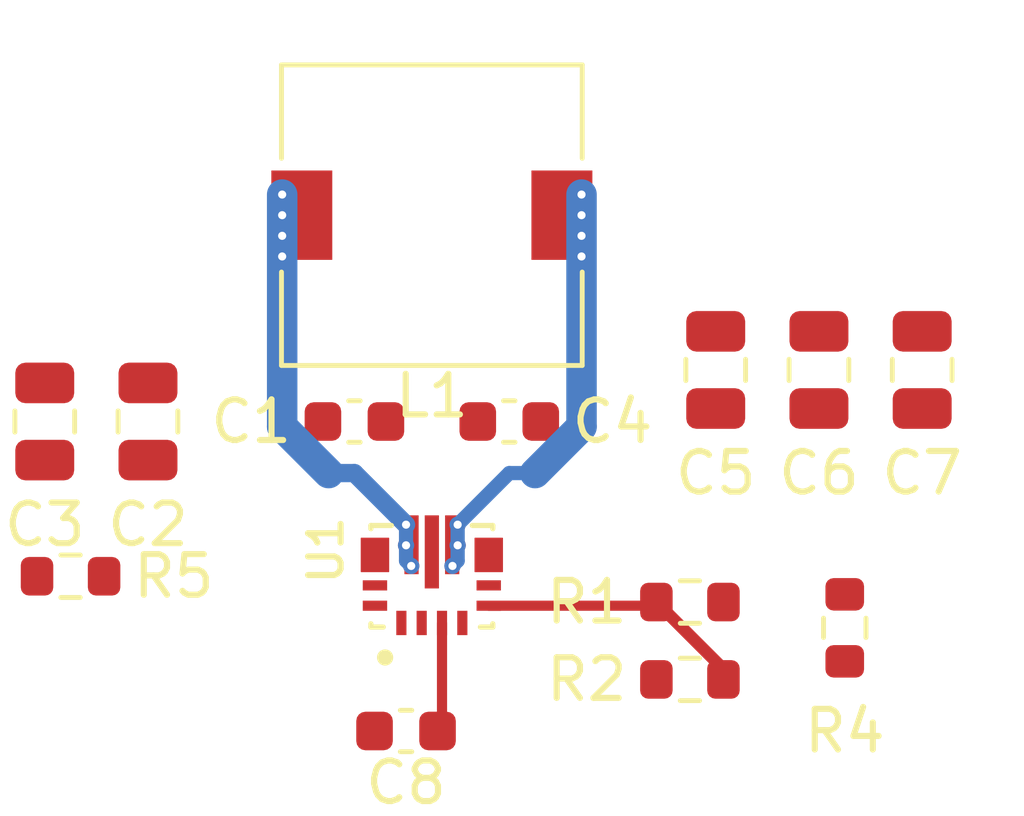
<source format=kicad_pcb>
(kicad_pcb (version 20221018) (generator pcbnew)
  (layers (0 "F.Cu" signal) (31 "B.Cu" signal) (34 "B.Paste" user) (35 "F.Paste" user) (36 "B.SilkS" user "B.Silkscreen") (37 "F.SilkS" user "F.Silkscreen") (38 "B.Mask" user) (39 "F.Mask" user) (44 "Edge.Cuts" user))
  (net 0 "")
  (net 1 "VCC")
  (net 2 "GND")
  (net 3 "+3.3V")
  (net 4 "Net-(U1-VAUX)")
  (net 5 "Net-(U1-L2)")
  (net 6 "Net-(U1-L1)")
  (net 7 "FB")
  (net 8 "Net-(U1-PG)")
  (net 9 "Net-(U1-EN)")
  (footprint "Resistor_SMD:R_0603_1608Metric" (layer "F.Cu") (at 130.81 98.425)
    (fp_text reference "R1" (at -2.54 0 180) (layer "F.SilkS"))
    (fp_text value "_R1")
    (fp_line (start -0.237258 -0.5225) (end 0.237258 -0.5225) (stroke (width 0.12)) (layer "F.SilkS"))
    (fp_line (start -0.237258 0.5225) (end 0.237258 0.5225) (stroke (width 0.12)) (layer "F.SilkS"))
    (pad "1" smd roundrect (at -0.825 0) (size 0.8 0.95) (layers "F.Cu" "F.Paste" "F.Mask") (net 7 "FB"))
    (pad "2" smd roundrect (at 0.825 0) (size 0.8 0.95) (layers "F.Cu" "F.Paste" "F.Mask") (net 3 "+3.3V"))
  )
  (footprint "Capacitor_SMD:C_0805_2012Metric" (layer "F.Cu") (at 131.445 92.71 90)
    (fp_text reference "C5" (at -2.54 0 180) (layer "F.SilkS"))
    (fp_text value "22uF")
    (fp_line (start -0.261252 -0.735) (end 0.261252 -0.735) (stroke (width 0.12)) (layer "F.SilkS"))
    (fp_line (start -0.261252 0.735) (end 0.261252 0.735) (stroke (width 0.12)) (layer "F.SilkS"))
    (pad "1" smd roundrect (at -0.95 0 90) (size 1 1.45) (layers "F.Cu" "F.Paste" "F.Mask") (net 3 "+3.3V"))
    (pad "2" smd roundrect (at 0.95 0 90) (size 1 1.45) (layers "F.Cu" "F.Paste" "F.Mask") (net 2 "GND"))
  )
  (footprint "Capacitor_SMD:C_0805_2012Metric" (layer "F.Cu") (at 136.525 92.71 90)
    (fp_text reference "C7" (at -2.54 0 180) (layer "F.SilkS"))
    (fp_text value "22uF")
    (fp_line (start -0.261252 -0.735) (end 0.261252 -0.735) (stroke (width 0.12)) (layer "F.SilkS"))
    (fp_line (start -0.261252 0.735) (end 0.261252 0.735) (stroke (width 0.12)) (layer "F.SilkS"))
    (pad "1" smd roundrect (at -0.95 0 90) (size 1 1.45) (layers "F.Cu" "F.Paste" "F.Mask") (net 3 "+3.3V"))
    (pad "2" smd roundrect (at 0.95 0 90) (size 1 1.45) (layers "F.Cu" "F.Paste" "F.Mask") (net 2 "GND"))
  )
  (footprint "Capacitor_SMD:C_0603_1608Metric" (layer "F.Cu") (at 122.555 93.98)
    (fp_text reference "C1" (at -2.54 0) (layer "F.SilkS"))
    (fp_text value "10uF")
    (fp_line (start -0.14058 -0.51) (end 0.14058 -0.51) (stroke (width 0.12)) (layer "F.SilkS"))
    (fp_line (start -0.14058 0.51) (end 0.14058 0.51) (stroke (width 0.12)) (layer "F.SilkS"))
    (pad "1" smd roundrect (at -0.775 0) (size 0.9 0.95) (layers "F.Cu" "F.Paste" "F.Mask") (net 1 "VCC"))
    (pad "2" smd roundrect (at 0.775 0) (size 0.9 0.95) (layers "F.Cu" "F.Paste" "F.Mask") (net 2 "GND"))
  )
  (footprint "Resistor_SMD:R_0603_1608Metric" (layer "F.Cu") (at 134.62 99.06 -90)
    (fp_text reference "R4" (at 2.54 0 -180) (layer "F.SilkS"))
    (fp_text value "100K")
    (fp_line (start -0.237258 -0.5225) (end 0.237258 -0.5225) (stroke (width 0.12)) (layer "F.SilkS"))
    (fp_line (start -0.237258 0.5225) (end 0.237258 0.5225) (stroke (width 0.12)) (layer "F.SilkS"))
    (pad "1" smd roundrect (at -0.825 0 270) (size 0.8 0.95) (layers "F.Cu" "F.Paste" "F.Mask") (net 3 "+3.3V"))
    (pad "2" smd roundrect (at 0.825 0 270) (size 0.8 0.95) (layers "F.Cu" "F.Paste" "F.Mask") (net 8 "Net-(U1-PG)"))
  )
  (footprint "Capacitor_SMD:C_0603_1608Metric" (layer "F.Cu") (at 123.825 101.6 180)
    (fp_text reference "C8" (at 0 -1.27) (layer "F.SilkS"))
    (fp_text value "100nF")
    (fp_line (start -0.14058 -0.51) (end 0.14058 -0.51) (stroke (width 0.12)) (layer "F.SilkS"))
    (fp_line (start -0.14058 0.51) (end 0.14058 0.51) (stroke (width 0.12)) (layer "F.SilkS"))
    (pad "1" smd roundrect (at -0.775 0 180) (size 0.9 0.95) (layers "F.Cu" "F.Paste" "F.Mask") (net 4 "Net-(U1-VAUX)"))
    (pad "2" smd roundrect (at 0.775 0 180) (size 0.9 0.95) (layers "F.Cu" "F.Paste" "F.Mask") (net 2 "GND"))
  )
  (footprint "Capacitor_SMD:C_0603_1608Metric" (layer "F.Cu") (at 126.365 93.98 180)
    (fp_text reference "C4" (at -2.54 0) (layer "F.SilkS"))
    (fp_text value "10uF")
    (fp_line (start -0.14058 -0.51) (end 0.14058 -0.51) (stroke (width 0.12)) (layer "F.SilkS"))
    (fp_line (start -0.14058 0.51) (end 0.14058 0.51) (stroke (width 0.12)) (layer "F.SilkS"))
    (pad "1" smd roundrect (at -0.775 0 180) (size 0.9 0.95) (layers "F.Cu" "F.Paste" "F.Mask") (net 3 "+3.3V"))
    (pad "2" smd roundrect (at 0.775 0 180) (size 0.9 0.95) (layers "F.Cu" "F.Paste" "F.Mask") (net 2 "GND"))
  )
  (footprint "Capacitor_SMD:C_0805_2012Metric" (layer "F.Cu") (at 117.475 93.98 90)
    (fp_text reference "C2" (at -2.54 0 180) (layer "F.SilkS"))
    (fp_text value "10uF")
    (fp_line (start -0.261252 -0.735) (end 0.261252 -0.735) (stroke (width 0.12)) (layer "F.SilkS"))
    (fp_line (start -0.261252 0.735) (end 0.261252 0.735) (stroke (width 0.12)) (layer "F.SilkS"))
    (pad "1" smd roundrect (at -0.95 0 90) (size 1 1.45) (layers "F.Cu" "F.Paste" "F.Mask") (net 1 "VCC"))
    (pad "2" smd roundrect (at 0.95 0 90) (size 1 1.45) (layers "F.Cu" "F.Paste" "F.Mask") (net 2 "GND"))
  )
  (footprint "Inductor_SMD:L_7.3x7.3_H3.5" (layer "F.Cu") (at 124.46 88.9 180)
    (fp_text reference "L1" (at 0 -4.45) (layer "F.SilkS"))
    (fp_text value "1.5uH")
    (fp_line (start -3.7 -3.7) (end 3.7 -3.7) (stroke (width 0.12)) (layer "F.SilkS"))
    (fp_line (start -3.7 -1.4) (end -3.7 -3.7) (stroke (width 0.12)) (layer "F.SilkS"))
    (fp_line (start -3.7 3.7) (end -3.7 1.4) (stroke (width 0.12)) (layer "F.SilkS"))
    (fp_line (start 3.7 -3.7) (end 3.7 -1.4) (stroke (width 0.12)) (layer "F.SilkS"))
    (fp_line (start 3.7 1.4) (end 3.7 3.7) (stroke (width 0.12)) (layer "F.SilkS"))
    (fp_line (start 3.7 3.7) (end -3.7 3.7) (stroke (width 0.12)) (layer "F.SilkS"))
    (pad "1" smd rect (at -3.2 0 180) (size 1.5 2.2) (layers "F.Cu" "F.Paste" "F.Mask") (net 5 "Net-(U1-L2)"))
    (pad "2" smd rect (at 3.2 0 180) (size 1.5 2.2) (layers "F.Cu" "F.Paste" "F.Mask") (net 6 "Net-(U1-L1)"))
  )
  (footprint "Capacitor_SMD:C_0805_2012Metric" (layer "F.Cu") (at 114.935 93.98 90)
    (fp_text reference "C3" (at -2.54 0 180) (layer "F.SilkS"))
    (fp_text value "10uF")
    (fp_line (start -0.261252 -0.735) (end 0.261252 -0.735) (stroke (width 0.12)) (layer "F.SilkS"))
    (fp_line (start -0.261252 0.735) (end 0.261252 0.735) (stroke (width 0.12)) (layer "F.SilkS"))
    (pad "1" smd roundrect (at -0.95 0 90) (size 1 1.45) (layers "F.Cu" "F.Paste" "F.Mask") (net 1 "VCC"))
    (pad "2" smd roundrect (at 0.95 0 90) (size 1 1.45) (layers "F.Cu" "F.Paste" "F.Mask") (net 2 "GND"))
  )
  (footprint "Resistor_SMD:R_0603_1608Metric" (layer "F.Cu") (at 115.57 97.79)
    (fp_text reference "R5" (at 2.54 0) (layer "F.SilkS"))
    (fp_text value "10K")
    (fp_line (start -0.237258 -0.5225) (end 0.237258 -0.5225) (stroke (width 0.12)) (layer "F.SilkS"))
    (fp_line (start -0.237258 0.5225) (end 0.237258 0.5225) (stroke (width 0.12)) (layer "F.SilkS"))
    (pad "1" smd roundrect (at -0.825 0) (size 0.8 0.95) (layers "F.Cu" "F.Paste" "F.Mask") (net 1 "VCC"))
    (pad "2" smd roundrect (at 0.825 0) (size 0.8 0.95) (layers "F.Cu" "F.Paste" "F.Mask") (net 9 "Net-(U1-EN)"))
  )
  (footprint "MyLibrary:VREG_TPS63070RNMR" (layer "F.Cu") (at 124.46 97.79 90)
    (fp_text reference "U1" (at 0.64 -2.608 90) (layer "F.SilkS") (effects (font (size 0.8 0.8))))
    (fp_text value "TPS63070RNMR")
    (fp_line (start -1.25 -1.5) (end -1.25 -1.195) (stroke (width 0.127)) (layer "F.SilkS"))
    (fp_line (start -1.25 1.5) (end -1.25 1.195) (stroke (width 0.127)) (layer "F.SilkS"))
    (fp_line (start -1.17 -1.5) (end -1.25 -1.5) (stroke (width 0.127)) (layer "F.SilkS"))
    (fp_line (start -1.17 1.5) (end -1.25 1.5) (stroke (width 0.127)) (layer "F.SilkS"))
    (fp_line (start 1.17 -1.5) (end 1.25 -1.5) (stroke (width 0.127)) (layer "F.SilkS"))
    (fp_line (start 1.25 -1.5) (end 1.25 -0.995) (stroke (width 0.127)) (layer "F.SilkS"))
    (fp_line (start 1.25 0.995) (end 1.25 1.5) (stroke (width 0.127)) (layer "F.SilkS"))
    (fp_line (start 1.25 1.5) (end 1.17 1.5) (stroke (width 0.127)) (layer "F.SilkS"))
    (fp_circle (center -2 -1.15) (end -1.9 -1.15) (stroke (width 0.2)) (fill none) (layer "F.SilkS"))
    (pad "1" smd roundrect (at -1.15 -0.75 90) (size 0.6 0.25) (layers "F.Cu" "F.Paste") (roundrect_rratio 0.01) (net 9 "Net-(U1-EN)"))
    (pad "2" smd roundrect (at -1.15 -0.25 90) (size 0.6 0.25) (layers "F.Cu" "F.Paste") (roundrect_rratio 0.01) (net 8 "Net-(U1-PG)"))
    (pad "3" smd roundrect (at -1.15 0.25 90) (size 0.6 0.25) (layers "F.Cu" "F.Paste") (roundrect_rratio 0.01) (net 4 "Net-(U1-VAUX)"))
    (pad "4" smd roundrect (at -1.15 0.75 90) (size 0.6 0.25) (layers "F.Cu" "F.Paste") (roundrect_rratio 0.01) (net 2 "GND"))
    (pad "5" smd roundrect (at -0.725 1.4 90) (size 0.25 0.6) (layers "F.Cu" "F.Paste") (roundrect_rratio 0.01) (net 7 "FB"))
    (pad "6" smd roundrect (at -0.225 1.4 90) (size 0.25 0.6) (layers "F.Cu" "F.Paste") (roundrect_rratio 0.01) (net 2 "GND"))
    (pad "7_8" smd roundrect (at 0.525 1.4 90) (size 0.85 0.7) (layers "F.Cu") (roundrect_rratio 0.02) (net 3 "+3.3V"))
    (pad "9" smd roundrect (at 0.775 0.5 90) (size 1.45 0.35) (layers "F.Cu") (roundrect_rratio 0.01) (net 5 "Net-(U1-L2)"))
    (pad "10" smd roundrect (at 0.6 0 90) (size 1.8 0.35) (layers "F.Cu") (roundrect_rratio 0.01) (net 2 "GND"))
    (pad "11" smd roundrect (at 0.775 -0.5 90) (size 1.45 0.35) (layers "F.Cu") (roundrect_rratio 0.01) (net 6 "Net-(U1-L1)"))
    (pad "12_13" smd roundrect (at 0.525 -1.4 90) (size 0.85 0.7) (layers "F.Cu") (roundrect_rratio 0.02) (net 1 "VCC"))
    (pad "14" smd roundrect (at -0.225 -1.4 90) (size 0.25 0.6) (layers "F.Cu" "F.Paste") (roundrect_rratio 0.01) (net 9 "Net-(U1-EN)"))
    (pad "15" smd roundrect (at -0.725 -1.4 90) (size 0.25 0.6) (layers "F.Cu" "F.Paste") (roundrect_rratio 0.01) (net 2 "GND"))
  )
  (footprint "Resistor_SMD:R_0603_1608Metric" (layer "F.Cu") (at 130.81 100.33)
    (fp_text reference "R2" (at -2.54 0 180) (layer "F.SilkS"))
    (fp_text value "_R2")
    (fp_line (start -0.237258 -0.5225) (end 0.237258 -0.5225) (stroke (width 0.12)) (layer "F.SilkS"))
    (fp_line (start -0.237258 0.5225) (end 0.237258 0.5225) (stroke (width 0.12)) (layer "F.SilkS"))
    (pad "1" smd roundrect (at -0.825 0) (size 0.8 0.95) (layers "F.Cu" "F.Paste" "F.Mask") (net 2 "GND"))
    (pad "2" smd roundrect (at 0.825 0) (size 0.8 0.95) (layers "F.Cu" "F.Paste" "F.Mask") (net 7 "FB"))
  )
  (footprint "Capacitor_SMD:C_0805_2012Metric" (layer "F.Cu") (at 133.985 92.71 90)
    (fp_text reference "C6" (at -2.54 0 180) (layer "F.SilkS"))
    (fp_text value "22uF")
    (fp_line (start -0.261252 -0.735) (end 0.261252 -0.735) (stroke (width 0.12)) (layer "F.SilkS"))
    (fp_line (start -0.261252 0.735) (end 0.261252 0.735) (stroke (width 0.12)) (layer "F.SilkS"))
    (pad "1" smd roundrect (at -0.95 0 90) (size 1 1.45) (layers "F.Cu" "F.Paste" "F.Mask") (net 3 "+3.3V"))
    (pad "2" smd roundrect (at 0.95 0 90) (size 1 1.45) (layers "F.Cu" "F.Paste" "F.Mask") (net 2 "GND"))
  )
  (segment (start 124.71 101.49) (end 124.71 98.94) (width 0.25) (layer "F.Cu") (net 4))
  (segment (start 124.6 101.6) (end 124.71 101.49) (width 0.25) (layer "F.Cu") (net 4))
  (via (at 128.143 88.9) (size 0.4) (drill 0.2) (layers "F.Cu" "B.Cu") (net 5))
  (via (at 128.143 88.392) (size 0.4) (drill 0.2) (layers "F.Cu" "B.Cu") (net 5))
  (via (at 125.095 96.52) (size 0.4) (drill 0.2) (layers "F.Cu" "B.Cu") (net 5))
  (via (at 128.143 89.916) (size 0.4) (drill 0.2) (layers "F.Cu" "B.Cu") (net 5))
  (via (at 124.968 97.536) (size 0.4) (drill 0.2) (layers "F.Cu" "B.Cu") (net 5))
  (via (at 125.095 97.028) (size 0.4) (drill 0.2) (layers "F.Cu" "B.Cu") (net 5))
  (via (at 128.143 89.408) (size 0.4) (drill 0.2) (layers "F.Cu" "B.Cu") (net 5))
  (segment (start 126.365 95.25) (end 127 95.25) (width 0.35) (layer "B.Cu") (net 5))
  (segment (start 125.095 96.52) (end 126.365 95.25) (width 0.35) (layer "B.Cu") (net 5))
  (segment (start 125.095 97.409) (end 125.095 97.028) (width 0.35) (layer "B.Cu") (net 5))
  (segment (start 128.143 88.392) (end 128.143 94.107) (width 0.75) (layer "B.Cu") (net 5))
  (segment (start 125.095 97.028) (end 125.095 96.52) (width 0.35) (layer "B.Cu") (net 5))
  (segment (start 124.968 97.536) (end 125.095 97.409) (width 0.35) (layer "B.Cu") (net 5))
  (segment (start 128.143 94.107) (end 127 95.25) (width 0.75) (layer "B.Cu") (net 5))
  (via (at 123.825 97.028) (size 0.4) (drill 0.2) (layers "F.Cu" "B.Cu") (net 6))
  (via (at 120.777 88.392) (size 0.4) (drill 0.2) (layers "F.Cu" "B.Cu") (net 6))
  (via (at 120.777 88.9) (size 0.4) (drill 0.2) (layers "F.Cu" "B.Cu") (net 6))
  (via (at 123.825 96.52) (size 0.4) (drill 0.2) (layers "F.Cu" "B.Cu") (net 6))
  (via (at 123.952 97.536) (size 0.4) (drill 0.2) (layers "F.Cu" "B.Cu") (net 6))
  (via (at 120.777 89.916) (size 0.4) (drill 0.2) (layers "F.Cu" "B.Cu") (net 6))
  (via (at 120.777 89.408) (size 0.4) (drill 0.2) (layers "F.Cu" "B.Cu") (net 6))
  (segment (start 123.825 97.409) (end 123.825 97.028) (width 0.35) (layer "B.Cu") (net 6))
  (segment (start 123.825 96.52) (end 122.555 95.25) (width 0.45) (layer "B.Cu") (net 6))
  (segment (start 123.952 97.536) (end 123.825 97.409) (width 0.35) (layer "B.Cu") (net 6))
  (segment (start 123.825 97.028) (end 123.825 96.52) (width 0.35) (layer "B.Cu") (net 6))
  (segment (start 121.92 95.25) (end 122.555 95.25) (width 0.45) (layer "B.Cu") (net 6))
  (segment (start 120.777 88.392) (end 120.777 94.107) (width 0.75) (layer "B.Cu") (net 6))
  (segment (start 120.777 94.107) (end 121.92 95.25) (width 0.75) (layer "B.Cu") (net 6))
  (segment (start 131.635 100.075) (end 129.985 98.425) (width 0.3) (layer "F.Cu") (net 7))
  (segment (start 129.895 98.515) (end 125.86 98.515) (width 0.25) (layer "F.Cu") (net 7))
  (segment (start 131.635 100.33) (end 131.635 100.075) (width 0.3) (layer "F.Cu") (net 7))
  (segment (start 129.985 98.425) (end 129.895 98.515) (width 0.3) (layer "F.Cu") (net 7))
)
</source>
